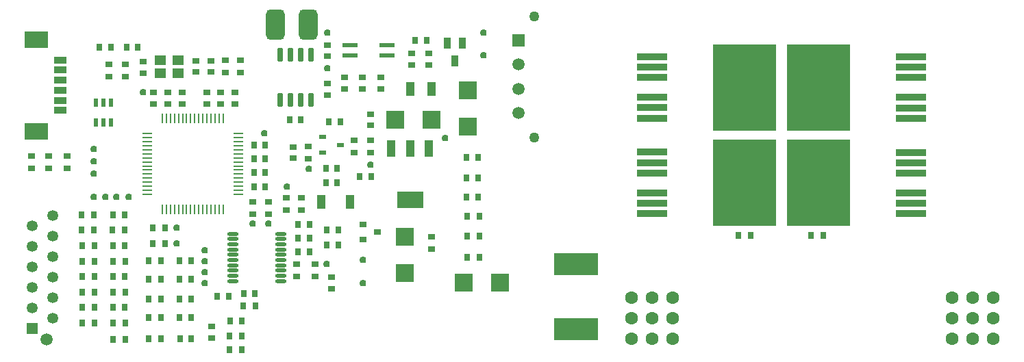
<source format=gbr>
%TF.GenerationSoftware,Altium Limited,Altium Designer,20.1.14 (287)*%
G04 Layer_Color=255*
%FSLAX26Y26*%
%MOIN*%
%TF.SameCoordinates,99935E59-988C-4C8E-A83C-0B030DBE8EB2*%
%TF.FilePolarity,Positive*%
%TF.FileFunction,Pads,Top*%
%TF.Part,Single*%
G01*
G75*
%TA.AperFunction,SMDPad,CuDef*%
%ADD10R,0.150000X0.036000*%
%ADD11R,0.310000X0.424000*%
%ADD12R,0.027559X0.035433*%
%ADD13R,0.090551X0.090551*%
%ADD14R,0.038268X0.031575*%
%ADD15R,0.035433X0.027559*%
%ADD16R,0.090551X0.090551*%
G04:AMPARAMS|DCode=17|XSize=39.37mil|YSize=80.709mil|CornerRadius=1.968mil|HoleSize=0mil|Usage=FLASHONLY|Rotation=0.000|XOffset=0mil|YOffset=0mil|HoleType=Round|Shape=RoundedRectangle|*
%AMROUNDEDRECTD17*
21,1,0.039370,0.076772,0,0,0.0*
21,1,0.035433,0.080709,0,0,0.0*
1,1,0.003937,0.017717,-0.038386*
1,1,0.003937,-0.017717,-0.038386*
1,1,0.003937,-0.017717,0.038386*
1,1,0.003937,0.017717,0.038386*
%
%ADD17ROUNDEDRECTD17*%
%TA.AperFunction,TestPad*%
G04:AMPARAMS|DCode=18|XSize=30mil|YSize=30mil|CornerRadius=7.5mil|HoleSize=0mil|Usage=FLASHONLY|Rotation=90.000|XOffset=0mil|YOffset=0mil|HoleType=Round|Shape=RoundedRectangle|*
%AMROUNDEDRECTD18*
21,1,0.030000,0.015000,0,0,90.0*
21,1,0.015000,0.030000,0,0,90.0*
1,1,0.015000,0.007500,0.007500*
1,1,0.015000,0.007500,-0.007500*
1,1,0.015000,-0.007500,-0.007500*
1,1,0.015000,-0.007500,0.007500*
%
%ADD18ROUNDEDRECTD18*%
%TA.AperFunction,SMDPad,CuDef*%
%ADD19R,0.031496X0.035433*%
%ADD20R,0.035433X0.031496*%
G04:AMPARAMS|DCode=21|XSize=25.591mil|YSize=64.961mil|CornerRadius=1.919mil|HoleSize=0mil|Usage=FLASHONLY|Rotation=180.000|XOffset=0mil|YOffset=0mil|HoleType=Round|Shape=RoundedRectangle|*
%AMROUNDEDRECTD21*
21,1,0.025591,0.061122,0,0,180.0*
21,1,0.021752,0.064961,0,0,180.0*
1,1,0.003839,-0.010876,0.030561*
1,1,0.003839,0.010876,0.030561*
1,1,0.003839,0.010876,-0.030561*
1,1,0.003839,-0.010876,-0.030561*
%
%ADD21ROUNDEDRECTD21*%
%ADD22R,0.023622X0.043307*%
G04:AMPARAMS|DCode=23|XSize=9.842mil|YSize=49.213mil|CornerRadius=1.968mil|HoleSize=0mil|Usage=FLASHONLY|Rotation=180.000|XOffset=0mil|YOffset=0mil|HoleType=Round|Shape=RoundedRectangle|*
%AMROUNDEDRECTD23*
21,1,0.009842,0.045276,0,0,180.0*
21,1,0.005906,0.049213,0,0,180.0*
1,1,0.003937,-0.002953,0.022638*
1,1,0.003937,0.002953,0.022638*
1,1,0.003937,0.002953,-0.022638*
1,1,0.003937,-0.002953,-0.022638*
%
%ADD23ROUNDEDRECTD23*%
G04:AMPARAMS|DCode=24|XSize=9.842mil|YSize=49.213mil|CornerRadius=1.968mil|HoleSize=0mil|Usage=FLASHONLY|Rotation=90.000|XOffset=0mil|YOffset=0mil|HoleType=Round|Shape=RoundedRectangle|*
%AMROUNDEDRECTD24*
21,1,0.009842,0.045276,0,0,90.0*
21,1,0.005906,0.049213,0,0,90.0*
1,1,0.003937,0.022638,0.002953*
1,1,0.003937,0.022638,-0.002953*
1,1,0.003937,-0.022638,-0.002953*
1,1,0.003937,-0.022638,0.002953*
%
%ADD24ROUNDEDRECTD24*%
%ADD25R,0.043307X0.066929*%
%ADD26R,0.039000X0.065000*%
%TA.AperFunction,TestPad*%
G04:AMPARAMS|DCode=27|XSize=30mil|YSize=30mil|CornerRadius=7.5mil|HoleSize=0mil|Usage=FLASHONLY|Rotation=0.000|XOffset=0mil|YOffset=0mil|HoleType=Round|Shape=RoundedRectangle|*
%AMROUNDEDRECTD27*
21,1,0.030000,0.015000,0,0,0.0*
21,1,0.015000,0.030000,0,0,0.0*
1,1,0.015000,0.007500,-0.007500*
1,1,0.015000,-0.007500,-0.007500*
1,1,0.015000,-0.007500,0.007500*
1,1,0.015000,0.007500,0.007500*
%
%ADD27ROUNDEDRECTD27*%
%TA.AperFunction,SMDPad,CuDef*%
%ADD28R,0.072835X0.023622*%
%ADD29R,0.035433X0.055118*%
%ADD30R,0.035433X0.055118*%
G04:AMPARAMS|DCode=31|XSize=21.654mil|YSize=31.496mil|CornerRadius=1.949mil|HoleSize=0mil|Usage=FLASHONLY|Rotation=90.000|XOffset=0mil|YOffset=0mil|HoleType=Round|Shape=RoundedRectangle|*
%AMROUNDEDRECTD31*
21,1,0.021654,0.027599,0,0,90.0*
21,1,0.017756,0.031496,0,0,90.0*
1,1,0.003898,0.013799,0.008878*
1,1,0.003898,0.013799,-0.008878*
1,1,0.003898,-0.013799,-0.008878*
1,1,0.003898,-0.013799,0.008878*
%
%ADD31ROUNDEDRECTD31*%
G04:AMPARAMS|DCode=32|XSize=127.953mil|YSize=80.709mil|CornerRadius=2.018mil|HoleSize=0mil|Usage=FLASHONLY|Rotation=0.000|XOffset=0mil|YOffset=0mil|HoleType=Round|Shape=RoundedRectangle|*
%AMROUNDEDRECTD32*
21,1,0.127953,0.076673,0,0,0.0*
21,1,0.123917,0.080709,0,0,0.0*
1,1,0.004035,0.061959,-0.038337*
1,1,0.004035,-0.061959,-0.038337*
1,1,0.004035,-0.061959,0.038337*
1,1,0.004035,0.061959,0.038337*
%
%ADD32ROUNDEDRECTD32*%
%ADD33O,0.055118X0.017716*%
%ADD34R,0.062992X0.031890*%
%ADD35R,0.217000X0.106000*%
%ADD36R,0.055118X0.045276*%
%TA.AperFunction,TestPad*%
G04:AMPARAMS|DCode=37|XSize=90.551mil|YSize=149.606mil|CornerRadius=22.638mil|HoleSize=0mil|Usage=FLASHONLY|Rotation=0.000|XOffset=0mil|YOffset=0mil|HoleType=Round|Shape=RoundedRectangle|*
%AMROUNDEDRECTD37*
21,1,0.090551,0.104331,0,0,0.0*
21,1,0.045276,0.149606,0,0,0.0*
1,1,0.045276,0.022638,-0.052165*
1,1,0.045276,-0.022638,-0.052165*
1,1,0.045276,-0.022638,0.052165*
1,1,0.045276,0.022638,0.052165*
%
%ADD37ROUNDEDRECTD37*%
%TA.AperFunction,SMDPad,CuDef*%
%ADD38R,0.118110X0.082677*%
%TA.AperFunction,ViaPad*%
%ADD41C,0.024000*%
%TA.AperFunction,ComponentPad*%
%ADD42C,0.062992*%
%ADD43C,0.059843*%
%ADD44R,0.059843X0.059843*%
%ADD45C,0.053150*%
%ADD46R,0.053150X0.053150*%
%ADD47C,0.050000*%
%ADD48C,0.059055*%
D10*
X3095000Y1467520D02*
D03*
Y1269520D02*
D03*
Y1365520D02*
D03*
Y1416520D02*
D03*
Y1219520D02*
D03*
Y1168520D02*
D03*
X4355000Y1167520D02*
D03*
Y1365520D02*
D03*
Y1269520D02*
D03*
Y1218520D02*
D03*
Y1415520D02*
D03*
Y1466520D02*
D03*
Y702520D02*
D03*
Y900520D02*
D03*
Y804520D02*
D03*
Y753520D02*
D03*
Y950520D02*
D03*
Y1001520D02*
D03*
X3095000Y1002520D02*
D03*
Y804520D02*
D03*
Y900520D02*
D03*
Y951520D02*
D03*
Y754520D02*
D03*
Y703520D02*
D03*
D11*
X3545000Y1317520D02*
D03*
X3905000D02*
D03*
Y852520D02*
D03*
X3545000D02*
D03*
D12*
X2195472Y690796D02*
D03*
X2254528D02*
D03*
X3575528Y597480D02*
D03*
X3516472D02*
D03*
X3870472Y597480D02*
D03*
X3929528D02*
D03*
X2195472Y491838D02*
D03*
X2254528D02*
D03*
X2195472Y594200D02*
D03*
X2254528D02*
D03*
X2191277Y975954D02*
D03*
X2250332D02*
D03*
X2191277Y877371D02*
D03*
X2250332D02*
D03*
X2191277Y782236D02*
D03*
X2250332D02*
D03*
X531709Y89000D02*
D03*
X645607Y93159D02*
D03*
X1941080Y1546841D02*
D03*
X2000135D02*
D03*
X321843Y171159D02*
D03*
X645742Y196278D02*
D03*
X321843Y321159D02*
D03*
X645742Y288129D02*
D03*
X322315Y471159D02*
D03*
X645742Y382341D02*
D03*
X320448Y623079D02*
D03*
X645742Y473365D02*
D03*
X529503Y623080D02*
D03*
X530898Y321159D02*
D03*
X472654Y89000D02*
D03*
X531370Y471159D02*
D03*
X530898Y171159D02*
D03*
X1099528Y40000D02*
D03*
X1164528Y255000D02*
D03*
X704662Y93159D02*
D03*
X1040473Y40000D02*
D03*
Y107321D02*
D03*
X1105473Y255000D02*
D03*
X380898Y246159D02*
D03*
Y396159D02*
D03*
X381370Y546159D02*
D03*
X379503Y696159D02*
D03*
X724482Y555559D02*
D03*
Y634338D02*
D03*
X1570000Y625000D02*
D03*
X1099528Y107321D02*
D03*
X379503Y623079D02*
D03*
X320448Y696159D02*
D03*
X470448Y623080D02*
D03*
X380898Y321159D02*
D03*
X321843Y396159D02*
D03*
X471843Y321159D02*
D03*
X381370Y471159D02*
D03*
X322315Y546159D02*
D03*
X472315Y471159D02*
D03*
X380898Y171159D02*
D03*
X321843Y246159D02*
D03*
X471843Y171159D02*
D03*
X1510945Y625000D02*
D03*
X704797Y196278D02*
D03*
Y288129D02*
D03*
Y382341D02*
D03*
Y473365D02*
D03*
X665427Y555559D02*
D03*
Y634338D02*
D03*
D13*
X1892283Y414231D02*
D03*
Y591396D02*
D03*
X2200000Y1303583D02*
D03*
Y1126417D02*
D03*
D14*
X1690158Y576315D02*
D03*
Y651118D02*
D03*
X1759842Y613717D02*
D03*
D15*
X2023757Y589254D02*
D03*
Y530199D02*
D03*
X1725000Y1000472D02*
D03*
X1645000Y1000472D02*
D03*
X1017826Y1449851D02*
D03*
X1092826Y1390796D02*
D03*
X1153293Y760559D02*
D03*
X1229551D02*
D03*
X1388560Y779031D02*
D03*
X1535000Y335472D02*
D03*
X75135Y923080D02*
D03*
X250135D02*
D03*
X160135D02*
D03*
X1364528Y397556D02*
D03*
X1514999Y1279360D02*
D03*
X531370Y1370048D02*
D03*
X451788Y1370079D02*
D03*
X1645000Y1059527D02*
D03*
X1600354Y1368330D02*
D03*
X1686945D02*
D03*
X1600354Y1309275D02*
D03*
X1686945D02*
D03*
X1514999Y1338415D02*
D03*
X1315000Y779528D02*
D03*
X1388560Y719976D02*
D03*
X531370Y1429103D02*
D03*
X451788Y1429134D02*
D03*
X1725000Y1059528D02*
D03*
X1422559Y1030551D02*
D03*
X1092826Y1449851D02*
D03*
X1454527Y397556D02*
D03*
X1535000Y394527D02*
D03*
X1017826Y1390796D02*
D03*
X1315000Y720472D02*
D03*
X1229551Y701504D02*
D03*
X1153293D02*
D03*
X1364528Y456611D02*
D03*
X1454527Y456611D02*
D03*
X75135Y982135D02*
D03*
X250135D02*
D03*
X160135D02*
D03*
X1422559Y971496D02*
D03*
D16*
X2177510Y366353D02*
D03*
X2354676D02*
D03*
X2022599Y1160000D02*
D03*
X1845433D02*
D03*
D17*
X1826907Y1019182D02*
D03*
X2008009D02*
D03*
X1917458D02*
D03*
D18*
X619794Y1293470D02*
D03*
X1725000Y940000D02*
D03*
X2275000Y1585000D02*
D03*
Y1475000D02*
D03*
X379810Y1016977D02*
D03*
Y896977D02*
D03*
Y956977D02*
D03*
X1210000Y1095000D02*
D03*
X1515000Y1410000D02*
D03*
X1514999Y1585000D02*
D03*
X550000Y785000D02*
D03*
X380000Y785000D02*
D03*
X435000D02*
D03*
X490000D02*
D03*
X781417Y555559D02*
D03*
Y634338D02*
D03*
X1318937Y835000D02*
D03*
X920000Y365000D02*
D03*
Y418000D02*
D03*
X1690158Y477223D02*
D03*
Y365000D02*
D03*
X1230000Y655000D02*
D03*
X1153000D02*
D03*
X1512913Y456611D02*
D03*
X1425000Y920000D02*
D03*
D19*
X1385796Y1161159D02*
D03*
X1727559Y883080D02*
D03*
X1330678Y1161159D02*
D03*
X528929Y696159D02*
D03*
Y396159D02*
D03*
Y546159D02*
D03*
Y246159D02*
D03*
X1672441Y883080D02*
D03*
X1577559Y1150630D02*
D03*
X1562559Y925000D02*
D03*
Y855000D02*
D03*
X1213848Y971496D02*
D03*
Y903000D02*
D03*
Y1038080D02*
D03*
Y835000D02*
D03*
X851096Y197775D02*
D03*
X1427559Y650000D02*
D03*
Y585000D02*
D03*
Y518000D02*
D03*
X797576Y93160D02*
D03*
X1097734Y179939D02*
D03*
X1162559Y315000D02*
D03*
X592559Y1515000D02*
D03*
X405828Y1515000D02*
D03*
X1512913Y550000D02*
D03*
X1158730Y971496D02*
D03*
Y903000D02*
D03*
Y1038080D02*
D03*
Y835000D02*
D03*
X1522441Y1150630D02*
D03*
X1372441Y518000D02*
D03*
X852694Y93160D02*
D03*
X1107441Y315000D02*
D03*
X473811Y246159D02*
D03*
Y396159D02*
D03*
Y546159D02*
D03*
Y696159D02*
D03*
X851096Y472341D02*
D03*
X795978Y382341D02*
D03*
X851096D02*
D03*
X795978Y288129D02*
D03*
X851096D02*
D03*
X795978Y197775D02*
D03*
X980079Y300000D02*
D03*
X1035197D02*
D03*
X1042616Y179939D02*
D03*
X537441Y1515000D02*
D03*
X460946Y1515000D02*
D03*
X1568032Y550000D02*
D03*
X1372441Y585000D02*
D03*
Y650000D02*
D03*
X795978Y472341D02*
D03*
X1507441Y925000D02*
D03*
Y855000D02*
D03*
D20*
X1064000Y1237441D02*
D03*
X810000D02*
D03*
X740000D02*
D03*
X997000D02*
D03*
X930000D02*
D03*
X670000D02*
D03*
X1925000Y1482559D02*
D03*
X2010000D02*
D03*
X1925000Y1427441D02*
D03*
X2010000D02*
D03*
X1775000Y1311441D02*
D03*
X948000Y1447559D02*
D03*
X617826Y1442441D02*
D03*
X875000Y1447559D02*
D03*
X1064000Y1292559D02*
D03*
X810000D02*
D03*
X740000D02*
D03*
X997000D02*
D03*
X930000D02*
D03*
X670000D02*
D03*
X951851Y97058D02*
D03*
X1347489Y1028237D02*
D03*
X1725000Y1187559D02*
D03*
X1514999Y1469111D02*
D03*
Y1524230D02*
D03*
X1775000Y1366559D02*
D03*
X617826Y1387323D02*
D03*
X875000Y1392441D02*
D03*
X951851Y152176D02*
D03*
X1725000Y1132441D02*
D03*
X1347489Y973119D02*
D03*
X948000Y1392441D02*
D03*
D21*
X1386693Y1255339D02*
D03*
X1336693D02*
D03*
X1386693Y1477780D02*
D03*
X1336693D02*
D03*
X1286693Y1255339D02*
D03*
X1436693D02*
D03*
X1286693Y1477780D02*
D03*
X1436693D02*
D03*
D22*
X426528Y1145787D02*
D03*
Y1244213D02*
D03*
X389126Y1145787D02*
D03*
X463929Y1244213D02*
D03*
X389126D02*
D03*
X463929Y1145787D02*
D03*
D23*
X732047Y723543D02*
D03*
X909213D02*
D03*
X928898Y1166457D02*
D03*
X830472D02*
D03*
X751732Y723543D02*
D03*
X928898D02*
D03*
X987953Y1166457D02*
D03*
X968268D02*
D03*
X948583D02*
D03*
X889528D02*
D03*
X771417D02*
D03*
X751732D02*
D03*
X1007638Y723543D02*
D03*
X850158Y1166457D02*
D03*
X869842D02*
D03*
X830472Y723543D02*
D03*
X850158D02*
D03*
X810787Y1166457D02*
D03*
X791102D02*
D03*
X909213D02*
D03*
X712362Y723543D02*
D03*
X771417D02*
D03*
X791102D02*
D03*
X810787D02*
D03*
X869842D02*
D03*
X889528D02*
D03*
X948583D02*
D03*
X968268D02*
D03*
X987953D02*
D03*
X1007638Y1166457D02*
D03*
X732047D02*
D03*
X712362D02*
D03*
D24*
X1081457Y974528D02*
D03*
X638543Y994213D02*
D03*
Y797362D02*
D03*
Y935158D02*
D03*
Y895787D02*
D03*
Y915472D02*
D03*
X1081457Y994213D02*
D03*
X638543Y974528D02*
D03*
X1081457Y954842D02*
D03*
X638543D02*
D03*
Y817047D02*
D03*
Y876102D02*
D03*
Y856417D02*
D03*
Y836732D02*
D03*
X1081457Y1072953D02*
D03*
Y1013898D02*
D03*
Y1092638D02*
D03*
Y797362D02*
D03*
X638543Y1033583D02*
D03*
Y1072953D02*
D03*
Y1092638D02*
D03*
Y1053268D02*
D03*
X1081457Y915472D02*
D03*
Y935158D02*
D03*
Y817047D02*
D03*
Y836732D02*
D03*
Y856417D02*
D03*
Y876102D02*
D03*
Y895787D02*
D03*
Y1033583D02*
D03*
Y1053268D02*
D03*
X638543Y1013898D02*
D03*
D25*
X2023757Y1310621D02*
D03*
X1917458D02*
D03*
D26*
X1624314Y760559D02*
D03*
X1485314D02*
D03*
D27*
X2090000Y1070000D02*
D03*
X920000Y471159D02*
D03*
Y525000D02*
D03*
D28*
X1804567Y1525000D02*
D03*
Y1475000D02*
D03*
X1625433D02*
D03*
Y1525000D02*
D03*
D29*
X2097599Y1532323D02*
D03*
D30*
X2172402D02*
D03*
X2135000Y1447677D02*
D03*
D31*
X1578307Y1038080D02*
D03*
X1491693Y1075482D02*
D03*
Y1000678D02*
D03*
D32*
X1917458Y769182D02*
D03*
D33*
X1288228Y426042D02*
D03*
Y528404D02*
D03*
X1055945Y451632D02*
D03*
Y426042D02*
D03*
Y400451D02*
D03*
Y374861D02*
D03*
X1288228Y553995D02*
D03*
Y579585D02*
D03*
Y605176D02*
D03*
X1055945Y477223D02*
D03*
Y502813D02*
D03*
Y553995D02*
D03*
Y528404D02*
D03*
Y579585D02*
D03*
X1288228Y400451D02*
D03*
Y374861D02*
D03*
Y477223D02*
D03*
Y451632D02*
D03*
Y502813D02*
D03*
X1055945Y605176D02*
D03*
D34*
X214173Y1451457D02*
D03*
Y1205394D02*
D03*
Y1254606D02*
D03*
Y1353032D02*
D03*
Y1402244D02*
D03*
Y1303819D02*
D03*
D35*
X2725000Y140000D02*
D03*
Y456000D02*
D03*
D36*
X701212Y1387804D02*
D03*
X787826Y1450796D02*
D03*
Y1387804D02*
D03*
X701212Y1450796D02*
D03*
D37*
X1422559Y1625000D02*
D03*
X1263843D02*
D03*
D38*
X100000Y1105000D02*
D03*
Y1551850D02*
D03*
D41*
X3651416Y940000D02*
D03*
X3406416D02*
D03*
X3651416Y1010000D02*
D03*
X3406416D02*
D03*
X3581416Y940000D02*
D03*
Y1010000D02*
D03*
X3651416Y975000D02*
D03*
X3406416D02*
D03*
X3581416D02*
D03*
X3651416Y1045000D02*
D03*
X3581416D02*
D03*
X3476416Y940000D02*
D03*
Y1010000D02*
D03*
X3441416Y940000D02*
D03*
Y1010000D02*
D03*
X3511416Y940000D02*
D03*
X3546416D02*
D03*
X3511416Y1010000D02*
D03*
X3546416D02*
D03*
X3616416Y940000D02*
D03*
Y1010000D02*
D03*
X3686416Y940000D02*
D03*
Y1010000D02*
D03*
X3476416Y975000D02*
D03*
X3441416D02*
D03*
X3476416Y1045000D02*
D03*
X3511416Y975000D02*
D03*
X3546416D02*
D03*
X3511416Y1045000D02*
D03*
X3546416D02*
D03*
X3616416Y975000D02*
D03*
Y1045000D02*
D03*
X3686416Y975000D02*
D03*
Y1045000D02*
D03*
X3581416Y870000D02*
D03*
X3406416D02*
D03*
X3581416Y800000D02*
D03*
X3406416D02*
D03*
X3651416D02*
D03*
Y870000D02*
D03*
X3581416Y660000D02*
D03*
X3406416D02*
D03*
Y695000D02*
D03*
X3581416D02*
D03*
Y730000D02*
D03*
X3406416D02*
D03*
X3581416Y765000D02*
D03*
X3406416D02*
D03*
Y835000D02*
D03*
X3581416D02*
D03*
X3406416Y905000D02*
D03*
X3581416D02*
D03*
X3651416Y695000D02*
D03*
Y660000D02*
D03*
Y765000D02*
D03*
Y730000D02*
D03*
Y835000D02*
D03*
Y905000D02*
D03*
X3476416Y800000D02*
D03*
Y870000D02*
D03*
X3441416D02*
D03*
Y800000D02*
D03*
X3511416Y870000D02*
D03*
X3546416D02*
D03*
Y800000D02*
D03*
X3511416D02*
D03*
X3616416Y870000D02*
D03*
Y800000D02*
D03*
X3686416Y870000D02*
D03*
Y800000D02*
D03*
X3441416Y695000D02*
D03*
X3476416Y660000D02*
D03*
Y695000D02*
D03*
X3441416Y660000D02*
D03*
X3476416Y730000D02*
D03*
X3441416D02*
D03*
X3476416Y765000D02*
D03*
X3441416D02*
D03*
X3476416Y835000D02*
D03*
X3441416D02*
D03*
Y905000D02*
D03*
X3476416D02*
D03*
X3511416Y660000D02*
D03*
X3546416Y695000D02*
D03*
Y660000D02*
D03*
X3511416Y695000D02*
D03*
X3546416Y765000D02*
D03*
X3511416D02*
D03*
Y730000D02*
D03*
X3546416D02*
D03*
Y835000D02*
D03*
X3511416D02*
D03*
Y905000D02*
D03*
X3546416D02*
D03*
X3616416Y660000D02*
D03*
Y695000D02*
D03*
Y765000D02*
D03*
Y730000D02*
D03*
Y835000D02*
D03*
Y905000D02*
D03*
X3686416Y660000D02*
D03*
Y695000D02*
D03*
Y730000D02*
D03*
Y765000D02*
D03*
Y835000D02*
D03*
Y905000D02*
D03*
X3441416Y1045000D02*
D03*
X3406416D02*
D03*
X4011416Y940000D02*
D03*
X3766416D02*
D03*
X4011416Y1010000D02*
D03*
X3766416D02*
D03*
X3941416Y940000D02*
D03*
Y1010000D02*
D03*
X4011416Y975000D02*
D03*
X3766416D02*
D03*
X3941416D02*
D03*
X4011416Y1045000D02*
D03*
X3941416D02*
D03*
X3836416Y940000D02*
D03*
Y1010000D02*
D03*
X3801416Y940000D02*
D03*
Y1010000D02*
D03*
X3871416Y940000D02*
D03*
X3906416D02*
D03*
X3871416Y1010000D02*
D03*
X3906416D02*
D03*
X3976416Y940000D02*
D03*
Y1010000D02*
D03*
X4046416Y940000D02*
D03*
Y1010000D02*
D03*
X3836416Y975000D02*
D03*
X3801416D02*
D03*
X3836416Y1045000D02*
D03*
X3871416Y975000D02*
D03*
X3906416D02*
D03*
X3871416Y1045000D02*
D03*
X3906416D02*
D03*
X3976416Y975000D02*
D03*
Y1045000D02*
D03*
X4046416Y975000D02*
D03*
Y1045000D02*
D03*
X3941416Y870000D02*
D03*
X3766416D02*
D03*
X3941416Y800000D02*
D03*
X3766416D02*
D03*
X4011416D02*
D03*
Y870000D02*
D03*
X3941416Y660000D02*
D03*
X3766416D02*
D03*
Y695000D02*
D03*
X3941416D02*
D03*
Y730000D02*
D03*
X3766416D02*
D03*
X3941416Y765000D02*
D03*
X3766416D02*
D03*
Y835000D02*
D03*
X3941416D02*
D03*
X3766416Y905000D02*
D03*
X3941416D02*
D03*
X4011416Y695000D02*
D03*
Y660000D02*
D03*
Y765000D02*
D03*
Y730000D02*
D03*
Y835000D02*
D03*
Y905000D02*
D03*
X3836416Y800000D02*
D03*
Y870000D02*
D03*
X3801416D02*
D03*
Y800000D02*
D03*
X3871416Y870000D02*
D03*
X3906416D02*
D03*
Y800000D02*
D03*
X3871416D02*
D03*
X3976416Y870000D02*
D03*
Y800000D02*
D03*
X4046416Y870000D02*
D03*
Y800000D02*
D03*
X3801416Y695000D02*
D03*
X3836416Y660000D02*
D03*
Y695000D02*
D03*
X3801416Y660000D02*
D03*
X3836416Y730000D02*
D03*
X3801416D02*
D03*
X3836416Y765000D02*
D03*
X3801416D02*
D03*
X3836416Y835000D02*
D03*
X3801416D02*
D03*
Y905000D02*
D03*
X3836416D02*
D03*
X3871416Y660000D02*
D03*
X3906416Y695000D02*
D03*
Y660000D02*
D03*
X3871416Y695000D02*
D03*
X3906416Y765000D02*
D03*
X3871416D02*
D03*
Y730000D02*
D03*
X3906416D02*
D03*
Y835000D02*
D03*
X3871416D02*
D03*
Y905000D02*
D03*
X3906416D02*
D03*
X3976416Y660000D02*
D03*
Y695000D02*
D03*
Y765000D02*
D03*
Y730000D02*
D03*
Y835000D02*
D03*
Y905000D02*
D03*
X4046416Y660000D02*
D03*
Y695000D02*
D03*
Y730000D02*
D03*
Y765000D02*
D03*
Y835000D02*
D03*
Y905000D02*
D03*
X3801416Y1045000D02*
D03*
X3766416D02*
D03*
X4011416Y1405000D02*
D03*
X3766416D02*
D03*
X4011416Y1475000D02*
D03*
X3766416D02*
D03*
X3941416Y1405000D02*
D03*
Y1475000D02*
D03*
X4011416Y1440000D02*
D03*
X3766416D02*
D03*
X3941416D02*
D03*
X4011416Y1510000D02*
D03*
X3941416D02*
D03*
X3836416Y1405000D02*
D03*
Y1475000D02*
D03*
X3801416Y1405000D02*
D03*
Y1475000D02*
D03*
X3871416Y1405000D02*
D03*
X3906416D02*
D03*
X3871416Y1475000D02*
D03*
X3906416D02*
D03*
X3976416Y1405000D02*
D03*
Y1475000D02*
D03*
X4046416Y1405000D02*
D03*
Y1475000D02*
D03*
X3836416Y1440000D02*
D03*
X3801416D02*
D03*
X3836416Y1510000D02*
D03*
X3871416Y1440000D02*
D03*
X3906416D02*
D03*
X3871416Y1510000D02*
D03*
X3906416D02*
D03*
X3976416Y1440000D02*
D03*
Y1510000D02*
D03*
X4046416Y1440000D02*
D03*
Y1510000D02*
D03*
X3941416Y1335000D02*
D03*
X3766416D02*
D03*
X3941416Y1265000D02*
D03*
X3766416D02*
D03*
X4011416D02*
D03*
Y1335000D02*
D03*
X3941416Y1125000D02*
D03*
X3766416D02*
D03*
Y1160000D02*
D03*
X3941416D02*
D03*
Y1195000D02*
D03*
X3766416D02*
D03*
X3941416Y1230000D02*
D03*
X3766416D02*
D03*
Y1300000D02*
D03*
X3941416D02*
D03*
X3766416Y1370000D02*
D03*
X3941416D02*
D03*
X4011416Y1160000D02*
D03*
Y1125000D02*
D03*
Y1230000D02*
D03*
Y1195000D02*
D03*
Y1300000D02*
D03*
Y1370000D02*
D03*
X3836416Y1265000D02*
D03*
Y1335000D02*
D03*
X3801416D02*
D03*
Y1265000D02*
D03*
X3871416Y1335000D02*
D03*
X3906416D02*
D03*
Y1265000D02*
D03*
X3871416D02*
D03*
X3976416Y1335000D02*
D03*
Y1265000D02*
D03*
X4046416Y1335000D02*
D03*
Y1265000D02*
D03*
X3801416Y1160000D02*
D03*
X3836416Y1125000D02*
D03*
Y1160000D02*
D03*
X3801416Y1125000D02*
D03*
X3836416Y1195000D02*
D03*
X3801416D02*
D03*
X3836416Y1230000D02*
D03*
X3801416D02*
D03*
X3836416Y1300000D02*
D03*
X3801416D02*
D03*
Y1370000D02*
D03*
X3836416D02*
D03*
X3871416Y1125000D02*
D03*
X3906416Y1160000D02*
D03*
Y1125000D02*
D03*
X3871416Y1160000D02*
D03*
X3906416Y1230000D02*
D03*
X3871416D02*
D03*
Y1195000D02*
D03*
X3906416D02*
D03*
Y1300000D02*
D03*
X3871416D02*
D03*
Y1370000D02*
D03*
X3906416D02*
D03*
X3976416Y1125000D02*
D03*
Y1160000D02*
D03*
Y1230000D02*
D03*
Y1195000D02*
D03*
Y1300000D02*
D03*
Y1370000D02*
D03*
X4046416Y1125000D02*
D03*
Y1160000D02*
D03*
Y1195000D02*
D03*
Y1230000D02*
D03*
Y1300000D02*
D03*
Y1370000D02*
D03*
X3801416Y1510000D02*
D03*
X3766416D02*
D03*
X3651416Y1405000D02*
D03*
X3406416D02*
D03*
X3651416Y1475000D02*
D03*
X3406416D02*
D03*
X3581416Y1405000D02*
D03*
Y1475000D02*
D03*
X3651416Y1440000D02*
D03*
X3406416D02*
D03*
X3581416D02*
D03*
X3651416Y1510000D02*
D03*
X3581416D02*
D03*
X3476416Y1405000D02*
D03*
Y1475000D02*
D03*
X3441416Y1405000D02*
D03*
Y1475000D02*
D03*
X3511416Y1405000D02*
D03*
X3546416D02*
D03*
X3511416Y1475000D02*
D03*
X3546416D02*
D03*
X3616416Y1405000D02*
D03*
Y1475000D02*
D03*
X3686416Y1405000D02*
D03*
Y1475000D02*
D03*
X3476416Y1440000D02*
D03*
X3441416D02*
D03*
X3476416Y1510000D02*
D03*
X3511416Y1440000D02*
D03*
X3546416D02*
D03*
X3511416Y1510000D02*
D03*
X3546416D02*
D03*
X3616416Y1440000D02*
D03*
Y1510000D02*
D03*
X3686416Y1440000D02*
D03*
Y1510000D02*
D03*
X3581416Y1335000D02*
D03*
X3406416D02*
D03*
X3581416Y1265000D02*
D03*
X3406416D02*
D03*
X3651416D02*
D03*
Y1335000D02*
D03*
X3581416Y1125000D02*
D03*
X3406416D02*
D03*
Y1160000D02*
D03*
X3581416D02*
D03*
Y1195000D02*
D03*
X3406416D02*
D03*
X3581416Y1230000D02*
D03*
X3406416D02*
D03*
Y1300000D02*
D03*
X3581416D02*
D03*
X3406416Y1370000D02*
D03*
X3581416D02*
D03*
X3651416Y1160000D02*
D03*
Y1125000D02*
D03*
Y1230000D02*
D03*
Y1195000D02*
D03*
Y1300000D02*
D03*
Y1370000D02*
D03*
X3476416Y1265000D02*
D03*
Y1335000D02*
D03*
X3441416D02*
D03*
Y1265000D02*
D03*
X3511416Y1335000D02*
D03*
X3546416D02*
D03*
Y1265000D02*
D03*
X3511416D02*
D03*
X3616416Y1335000D02*
D03*
Y1265000D02*
D03*
X3686416Y1335000D02*
D03*
Y1265000D02*
D03*
X3441416Y1160000D02*
D03*
X3476416Y1125000D02*
D03*
Y1160000D02*
D03*
X3441416Y1125000D02*
D03*
X3476416Y1195000D02*
D03*
X3441416D02*
D03*
X3476416Y1230000D02*
D03*
X3441416D02*
D03*
X3476416Y1300000D02*
D03*
X3441416D02*
D03*
Y1370000D02*
D03*
X3476416D02*
D03*
X3511416Y1125000D02*
D03*
X3546416Y1160000D02*
D03*
Y1125000D02*
D03*
X3511416Y1160000D02*
D03*
X3546416Y1230000D02*
D03*
X3511416D02*
D03*
Y1195000D02*
D03*
X3546416D02*
D03*
Y1300000D02*
D03*
X3511416D02*
D03*
Y1370000D02*
D03*
X3546416D02*
D03*
X3616416Y1125000D02*
D03*
Y1160000D02*
D03*
Y1230000D02*
D03*
Y1195000D02*
D03*
Y1300000D02*
D03*
Y1370000D02*
D03*
X3686416Y1125000D02*
D03*
Y1160000D02*
D03*
Y1195000D02*
D03*
Y1230000D02*
D03*
Y1300000D02*
D03*
Y1370000D02*
D03*
X3441416Y1510000D02*
D03*
X3406416D02*
D03*
D42*
X4655000Y195000D02*
D03*
X4755000D02*
D03*
Y295000D02*
D03*
X4655000D02*
D03*
X4555000D02*
D03*
Y195000D02*
D03*
X4755000Y95000D02*
D03*
X4555000D02*
D03*
X4655000D02*
D03*
X3095000Y195000D02*
D03*
X3195000D02*
D03*
Y295000D02*
D03*
X3095000D02*
D03*
X2995000D02*
D03*
Y195000D02*
D03*
X3195000Y95000D02*
D03*
X2995000D02*
D03*
X3095000D02*
D03*
D43*
X2445135Y1310621D02*
D03*
Y1428731D02*
D03*
Y1192510D02*
D03*
D44*
Y1546841D02*
D03*
D45*
X179134Y395118D02*
D03*
Y495118D02*
D03*
Y595118D02*
D03*
Y695118D02*
D03*
X79134Y445118D02*
D03*
Y545118D02*
D03*
Y645118D02*
D03*
X179134Y195118D02*
D03*
X79134Y245118D02*
D03*
X179134Y295118D02*
D03*
X79134Y345118D02*
D03*
D46*
Y145118D02*
D03*
D47*
X2522300Y1664951D02*
D03*
Y1074399D02*
D03*
D48*
X150000Y90000D02*
D03*
%TF.MD5,59d15d79c87a66c7f70e2f012313c809*%
M02*

</source>
